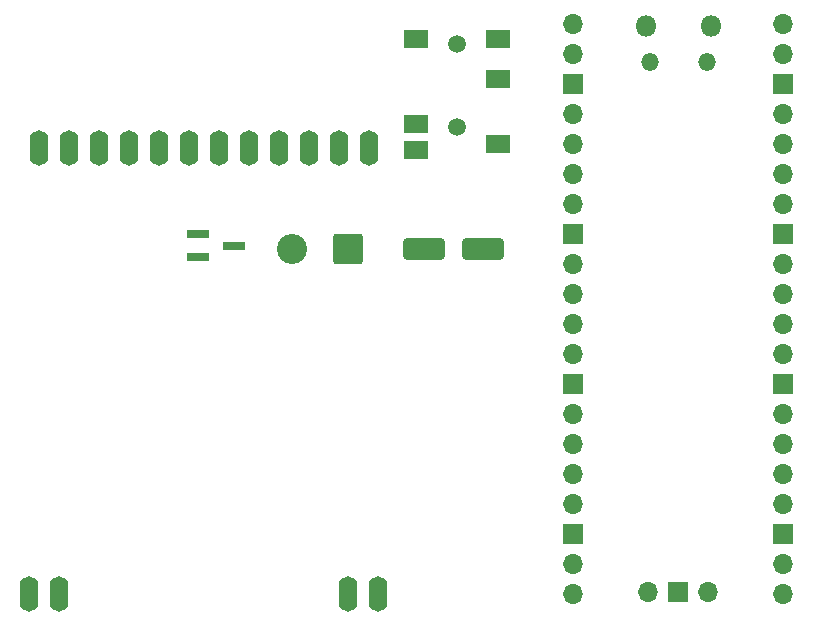
<source format=gbr>
%TF.GenerationSoftware,KiCad,Pcbnew,7.0.5*%
%TF.CreationDate,2023-07-11T16:18:17+08:00*%
%TF.ProjectId,press-beta,70726573-732d-4626-9574-612e6b696361,rev?*%
%TF.SameCoordinates,Original*%
%TF.FileFunction,Soldermask,Bot*%
%TF.FilePolarity,Negative*%
%FSLAX46Y46*%
G04 Gerber Fmt 4.6, Leading zero omitted, Abs format (unit mm)*
G04 Created by KiCad (PCBNEW 7.0.5) date 2023-07-11 16:18:17*
%MOMM*%
%LPD*%
G01*
G04 APERTURE LIST*
G04 Aperture macros list*
%AMRoundRect*
0 Rectangle with rounded corners*
0 $1 Rounding radius*
0 $2 $3 $4 $5 $6 $7 $8 $9 X,Y pos of 4 corners*
0 Add a 4 corners polygon primitive as box body*
4,1,4,$2,$3,$4,$5,$6,$7,$8,$9,$2,$3,0*
0 Add four circle primitives for the rounded corners*
1,1,$1+$1,$2,$3*
1,1,$1+$1,$4,$5*
1,1,$1+$1,$6,$7*
1,1,$1+$1,$8,$9*
0 Add four rect primitives between the rounded corners*
20,1,$1+$1,$2,$3,$4,$5,0*
20,1,$1+$1,$4,$5,$6,$7,0*
20,1,$1+$1,$6,$7,$8,$9,0*
20,1,$1+$1,$8,$9,$2,$3,0*%
G04 Aperture macros list end*
%ADD10O,1.600000X3.000000*%
%ADD11O,1.800000X1.800000*%
%ADD12O,1.500000X1.500000*%
%ADD13O,1.700000X1.700000*%
%ADD14R,1.700000X1.700000*%
%ADD15RoundRect,0.249999X1.025001X1.025001X-1.025001X1.025001X-1.025001X-1.025001X1.025001X-1.025001X0*%
%ADD16C,2.550000*%
%ADD17C,1.500000*%
%ADD18R,2.000000X1.500000*%
%ADD19R,1.900000X0.800000*%
%ADD20RoundRect,0.250000X1.500000X0.650000X-1.500000X0.650000X-1.500000X-0.650000X1.500000X-0.650000X0*%
G04 APERTURE END LIST*
D10*
%TO.C,U2*%
X99500000Y-67610000D03*
X96960000Y-67610000D03*
X94420000Y-67610000D03*
X91880000Y-67610000D03*
X89340000Y-67610000D03*
X86800000Y-67610000D03*
X84260000Y-67610000D03*
X81720000Y-67610000D03*
X79180000Y-67610000D03*
X76640000Y-67610000D03*
X74100000Y-67610000D03*
X71560000Y-67610000D03*
X70730000Y-105410000D03*
X73270000Y-105410000D03*
X97790000Y-105410000D03*
X100330000Y-105410000D03*
%TD*%
D11*
%TO.C,U1*%
X123005000Y-57280000D03*
D12*
X123305000Y-60310000D03*
X128155000Y-60310000D03*
D11*
X128455000Y-57280000D03*
D13*
X116840000Y-57150000D03*
X116840000Y-59690000D03*
D14*
X116840000Y-62230000D03*
D13*
X116840000Y-64770000D03*
X116840000Y-67310000D03*
X116840000Y-69850000D03*
X116840000Y-72390000D03*
D14*
X116840000Y-74930000D03*
D13*
X116840000Y-77470000D03*
X116840000Y-80010000D03*
X116840000Y-82550000D03*
X116840000Y-85090000D03*
D14*
X116840000Y-87630000D03*
D13*
X116840000Y-90170000D03*
X116840000Y-92710000D03*
X116840000Y-95250000D03*
X116840000Y-97790000D03*
D14*
X116840000Y-100330000D03*
D13*
X116840000Y-102870000D03*
X116840000Y-105410000D03*
X134620000Y-105410000D03*
X134620000Y-102870000D03*
D14*
X134620000Y-100330000D03*
D13*
X134620000Y-97790000D03*
X134620000Y-95250000D03*
X134620000Y-92710000D03*
X134620000Y-90170000D03*
D14*
X134620000Y-87630000D03*
D13*
X134620000Y-85090000D03*
X134620000Y-82550000D03*
X134620000Y-80010000D03*
X134620000Y-77470000D03*
D14*
X134620000Y-74930000D03*
D13*
X134620000Y-72390000D03*
X134620000Y-69850000D03*
X134620000Y-67310000D03*
X134620000Y-64770000D03*
D14*
X134620000Y-62230000D03*
D13*
X134620000Y-59690000D03*
X134620000Y-57150000D03*
X123190000Y-105180000D03*
D14*
X125730000Y-105180000D03*
D13*
X128270000Y-105180000D03*
%TD*%
D15*
%TO.C,BT1*%
X97790000Y-76200000D03*
D16*
X92990000Y-76200000D03*
%TD*%
D17*
%TO.C,J1*%
X106990000Y-65810000D03*
X106990000Y-58810000D03*
D18*
X110490000Y-61810000D03*
X110490000Y-67310000D03*
X103490000Y-58410000D03*
X110490000Y-58410000D03*
X103490000Y-65610000D03*
X103490000Y-67810000D03*
%TD*%
D19*
%TO.C,Q1*%
X88090000Y-75880000D03*
X85090000Y-76830000D03*
X85090000Y-74930000D03*
%TD*%
D20*
%TO.C,D1*%
X109220000Y-76200000D03*
X104220000Y-76200000D03*
%TD*%
M02*

</source>
